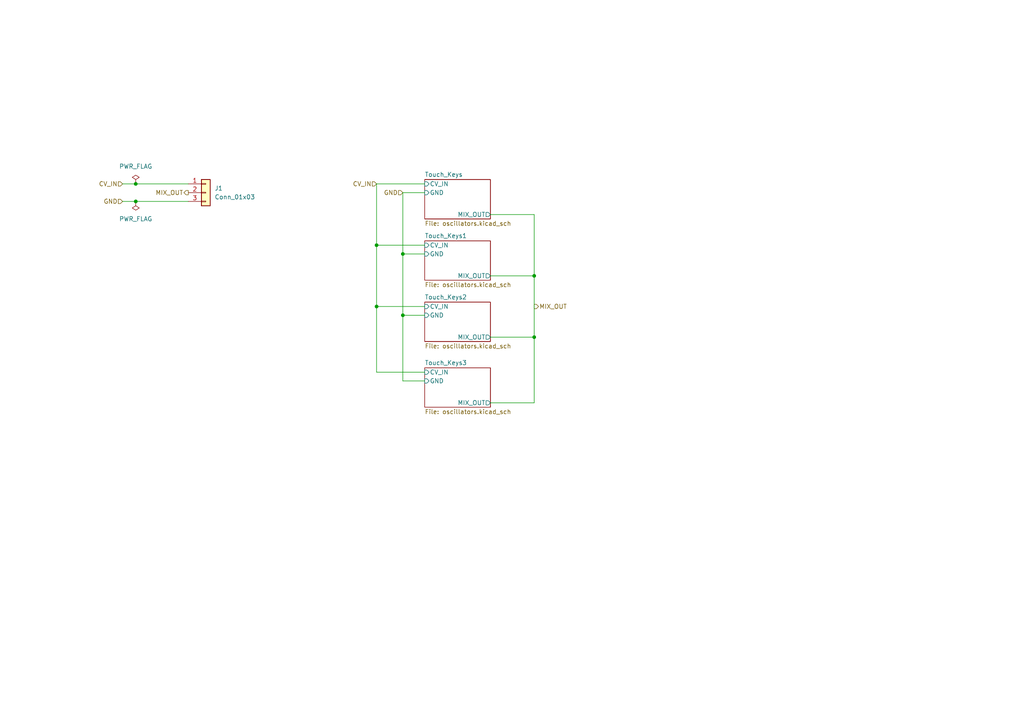
<source format=kicad_sch>
(kicad_sch (version 20231120) (generator "eeschema") (generator_version "8.0")
  (paper "A4")
  (lib_symbols
    (symbol "Connector_Generic:Conn_01x03" (pin_names (offset 1.016) hide)
      (property "Reference" "J" (at 0 5.08 0))
      (property "Value" "Conn_01x03" (at 0 -5.08 0))
      (symbol "Conn_01x03_1_1"
        (rectangle (start -1.27 -2.413) (end 0 -2.667) (stroke (width 0.1524)))
        (rectangle (start -1.27 0.127) (end 0 -0.127) (stroke (width 0.1524)))
        (rectangle (start -1.27 2.667) (end 0 2.413) (stroke (width 0.1524)))
        (rectangle (start -1.27 3.81) (end 1.27 -3.81) (stroke (width 0.254)) (fill (type background)))
        (pin passive line (at -5.08 2.54 0) (length 3.81) (name "Pin_1") (number "1"))
        (pin passive line (at -5.08 0 0) (length 3.81) (name "Pin_2") (number "2"))
        (pin passive line (at -5.08 -2.54 0) (length 3.81) (name "Pin_3") (number "3"))
      )
    )
    (symbol "power:PWR_FLAG" (power) (pin_numbers hide) (pin_names (offset 0) hide)
      (property "Value" "PWR_FLAG" (at 0 3.81 0))
      (symbol "PWR_FLAG_0_0"
        (pin power_out line (at 0 0 90) (length 0) (name "~") (number "1"))
      )
      (symbol "PWR_FLAG_0_1"
        (polyline (pts (xy 0 0) (xy 0 1.27) (xy -1.016 1.905) (xy 0 2.54) (xy 1.016 1.905) (xy 0 1.27)))
      )
    )
  )
  (junction (at 109.22 71.12))
  (junction (at 116.84 91.44))
  (junction (at 39.37 53.34))
  (junction (at 154.94 80.01))
  (junction (at 154.94 97.79))
  (junction (at 39.37 58.42))
  (junction (at 109.22 88.9))
  (junction (at 116.84 73.66))
  (wire (pts (xy 109.22 53.34) (xy 109.22 71.12)))
  (wire (pts (xy 154.94 62.23) (xy 154.94 80.01)))
  (wire (pts (xy 154.94 80.01) (xy 154.94 97.79)))
  (wire (pts (xy 109.22 88.9) (xy 123.19 88.9)))
  (wire (pts (xy 116.84 73.66) (xy 116.84 91.44)))
  (wire (pts (xy 116.84 91.44) (xy 123.19 91.44)))
  (wire (pts (xy 35.56 58.42) (xy 39.37 58.42)))
  (wire (pts (xy 142.24 97.79) (xy 154.94 97.79)))
  (wire (pts (xy 39.37 53.34) (xy 54.61 53.34)))
  (wire (pts (xy 116.84 55.88) (xy 116.84 73.66)))
  (wire (pts (xy 109.22 88.9) (xy 109.22 107.95)))
  (wire (pts (xy 116.84 55.88) (xy 123.19 55.88)))
  (wire (pts (xy 154.94 116.84) (xy 142.24 116.84)))
  (wire (pts (xy 109.22 71.12) (xy 109.22 88.9)))
  (wire (pts (xy 154.94 97.79) (xy 154.94 116.84)))
  (wire (pts (xy 116.84 73.66) (xy 123.19 73.66)))
  (wire (pts (xy 109.22 107.95) (xy 123.19 107.95)))
  (wire (pts (xy 142.24 62.23) (xy 154.94 62.23)))
  (wire (pts (xy 142.24 80.01) (xy 154.94 80.01)))
  (wire (pts (xy 109.22 71.12) (xy 123.19 71.12)))
  (wire (pts (xy 116.84 91.44) (xy 116.84 110.49)))
  (wire (pts (xy 109.22 53.34) (xy 123.19 53.34)))
  (wire (pts (xy 35.56 53.34) (xy 39.37 53.34)))
  (wire (pts (xy 116.84 110.49) (xy 123.19 110.49)))
  (wire (pts (xy 39.37 58.42) (xy 54.61 58.42)))
  (hierarchical_label "GND" (shape input) (at 35.56 58.42 180))
  (hierarchical_label "GND" (shape input) (at 116.84 55.88 180))
  (hierarchical_label "MIX_OUT" (shape output) (at 54.61 55.88 180))
  (hierarchical_label "MIX_OUT" (shape output) (at 154.94 88.9 0))
  (hierarchical_label "CV_IN" (shape input) (at 109.22 53.34 180))
  (hierarchical_label "CV_IN" (shape input) (at 35.56 53.34 180))
  (symbol (lib_id "power:PWR_FLAG") (at 39.37 58.42 180) (unit 1)
    (property "Reference" "#FLG016" (effects (hide yes)))
    (property "Value" "PWR_FLAG" (at 39.37 63.5 0))
    (property "Description" "Special symbol for telling ERC where power comes from" (effects (hide yes)))
  )
  (symbol (lib_id "power:PWR_FLAG") (at 39.37 53.34 0) (unit 1)
    (property "Reference" "#FLG015" (effects (hide yes)))
    (property "Value" "PWR_FLAG" (at 39.37 48.26 0))
    (property "Description" "Special symbol for telling ERC where power comes from" (effects (hide yes)))
  )
  (symbol (lib_id "Connector_Generic:Conn_01x03") (at 59.69 55.88 0) (unit 1)
    (property "Reference" "J1" (at 62.23 54.6099 0) (effects (justify left)))
    (property "Value" "Conn_01x03" (at 62.23 57.1499 0) (effects (justify left)))
    (property "Footprint" "Connector_PinHeader_2.54mm:PinHeader_1x03_P2.54mm_Vertical" (effects (hide yes)))
    (property "Description" "Generic connector, single row, 01x03, script generated (kicad-library-utils/schlib/autogen/connector/)" (effects (hide yes)))
  )
  (sheet (at 123.19 87.63) (size 19.05 11.43) (stroke (width 0.1524))
    (property "Sheetname" "Touch_Keys2" (at 123.19 86.9184 0) (effects (justify left bottom)))
    (property "Sheetfile" "oscillators.kicad_sch" (at 123.19 99.6446 0) (effects (justify left top)))
    (pin "MIX_OUT" output (at 142.24 97.79 0))
    (pin "CV_IN" input (at 123.19 88.9 180))
    (pin "GND" input (at 123.19 91.44 180))
  )
  (sheet (at 123.19 52.07) (size 19.05 11.43) (stroke (width 0.1524))
    (property "Sheetname" "Touch_Keys" (at 123.19 51.3584 0) (effects (justify left bottom)))
    (property "Sheetfile" "oscillators.kicad_sch" (at 123.19 64.0846 0) (effects (justify left top)))
    (pin "MIX_OUT" output (at 142.24 62.23 0))
    (pin "CV_IN" input (at 123.19 53.34 180))
    (pin "GND" input (at 123.19 55.88 180))
  )
  (sheet (at 123.19 106.68) (size 19.05 11.43) (stroke (width 0.1524))
    (property "Sheetname" "Touch_Keys3" (at 123.19 105.9684 0) (effects (justify left bottom)))
    (property "Sheetfile" "oscillators.kicad_sch" (at 123.19 118.6946 0) (effects (justify left top)))
    (pin "MIX_OUT" output (at 142.24 116.84 0))
    (pin "CV_IN" input (at 123.19 107.95 180))
    (pin "GND" input (at 123.19 110.49 180))
  )
  (sheet (at 123.19 69.85) (size 19.05 11.43) (stroke (width 0.1524))
    (property "Sheetname" "Touch_Keys1" (at 123.19 69.1384 0) (effects (justify left bottom)))
    (property "Sheetfile" "oscillators.kicad_sch" (at 123.19 81.8646 0) (effects (justify left top)))
    (pin "MIX_OUT" output (at 142.24 80.01 0))
    (pin "CV_IN" input (at 123.19 71.12 180))
    (pin "GND" input (at 123.19 73.66 180))
  )
)
</source>
